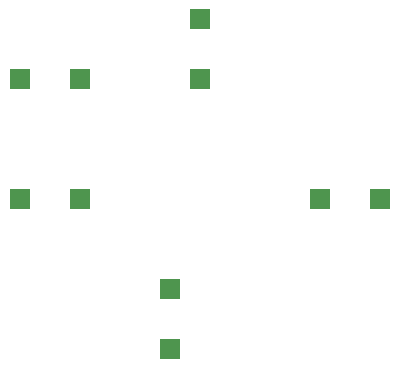
<source format=gbr>
%FSLAX23Y23*%
%MOIN*%
G04 EasyPC Gerber Version 17.0 Build 3379 *
%ADD21R,0.07000X0.07000*%
X0Y0D02*
D02*
D21*
X203Y627D03*
Y1028D03*
X403Y627D03*
Y1028D03*
X703Y128D03*
Y328D03*
X803Y1028D03*
Y1228D03*
X1202Y627D03*
X1403D03*
X0Y0D02*
M02*

</source>
